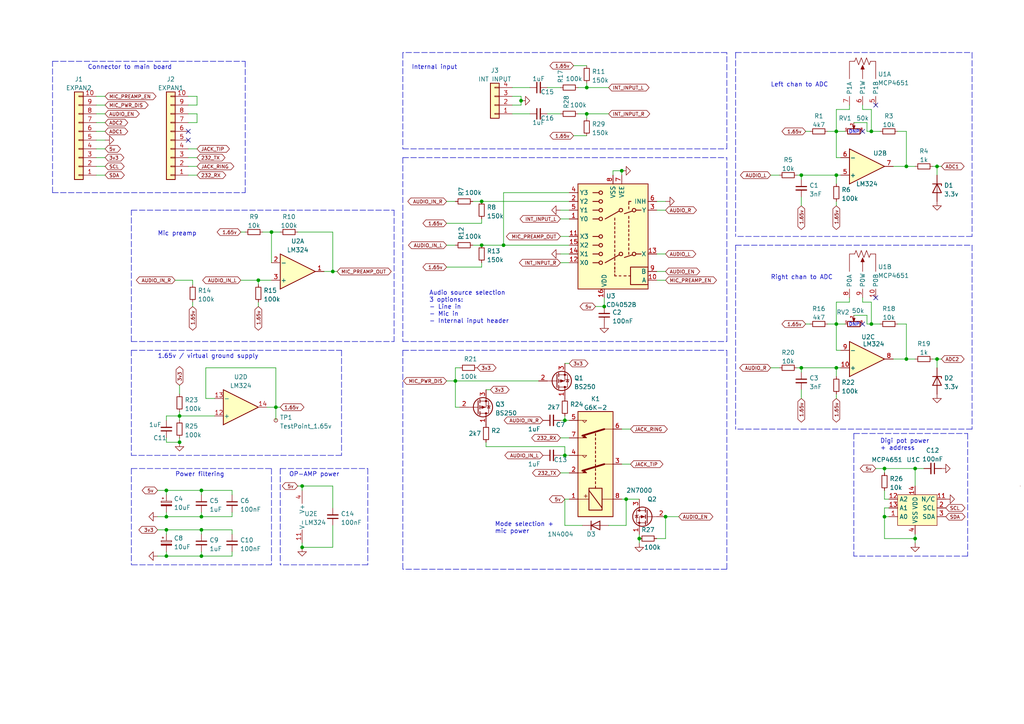
<source format=kicad_sch>
(kicad_sch (version 20211123) (generator eeschema)
  (paper "A4")
  (junction (at 163.83 132.08))
  (junction (at 170.18 25.4))
  (junction (at 139.7 71.12))
  (junction (at 252.73 38.1))
  (junction (at 80.01 118.11))
  (junction (at 265.43 156.21))
  (junction (at 175.26 88.9))
  (junction (at 262.89 48.26))
  (junction (at 271.78 104.14))
  (junction (at 163.83 121.92))
  (junction (at 256.54 149.86))
  (junction (at 87.63 158.75))
  (junction (at 242.57 93.98))
  (junction (at 232.41 106.68))
  (junction (at 96.52 78.74))
  (junction (at 139.7 58.42))
  (junction (at 242.57 38.1))
  (junction (at 48.26 161.29))
  (junction (at 242.57 106.68))
  (junction (at 58.42 153.67))
  (junction (at 271.78 48.26))
  (junction (at 48.26 149.86))
  (junction (at 256.54 135.89))
  (junction (at 58.42 142.24))
  (junction (at 87.63 140.97))
  (junction (at 146.05 71.12))
  (junction (at 232.41 50.8))
  (junction (at 132.08 110.49))
  (junction (at 74.93 81.28))
  (junction (at 185.42 156.21))
  (junction (at 52.07 128.27))
  (junction (at 48.26 153.67))
  (junction (at 58.42 161.29))
  (junction (at 262.89 104.14))
  (junction (at 265.43 135.89))
  (junction (at 48.26 142.24))
  (junction (at 78.74 67.31))
  (junction (at 52.07 120.65))
  (junction (at 242.57 50.8))
  (junction (at 193.04 149.86))
  (junction (at 58.42 149.86))
  (junction (at 181.61 144.78))
  (junction (at 170.18 33.02))
  (junction (at 252.73 93.98))
  (junction (at 151.13 29.21))
  (junction (at 180.34 49.53))
  (no_connect (at 254 30.48))
  (no_connect (at 54.61 40.64))
  (no_connect (at 250.19 38.1))
  (no_connect (at 250.19 93.98))
  (no_connect (at 254 86.36))
  (no_connect (at 54.61 38.1))
  (wire (pts (xy 74.93 87.63) (xy 74.93 88.9)))
  (wire (pts (xy 45.72 149.86) (xy 48.26 149.86)))
  (wire (pts (xy 250.19 86.36) (xy 250.19 87.63)))
  (wire (pts (xy 252.73 38.1) (xy 255.27 38.1)))
  (wire (pts (xy 27.94 35.56) (xy 30.48 35.56)))
  (wire (pts (xy 52.07 120.65) (xy 52.07 121.92)))
  (wire (pts (xy 139.7 71.12) (xy 146.05 71.12)))
  (wire (pts (xy 162.56 68.58) (xy 165.1 68.58)))
  (wire (pts (xy 162.56 63.5) (xy 165.1 63.5)))
  (wire (pts (xy 146.05 55.88) (xy 165.1 55.88)))
  (wire (pts (xy 55.88 81.28) (xy 55.88 82.55)))
  (wire (pts (xy 86.36 67.31) (xy 96.52 67.31)))
  (wire (pts (xy 262.89 104.14) (xy 265.43 104.14)))
  (polyline (pts (xy 99.06 101.6) (xy 99.06 132.08)))
  (polyline (pts (xy 213.36 15.24) (xy 213.36 15.24)))
  (polyline (pts (xy 281.94 71.12) (xy 281.94 124.46)))
  (wire (pts (xy 148.59 25.4) (xy 153.67 25.4)))
  (polyline (pts (xy 99.06 132.08) (xy 38.1 132.08)))
  (wire (pts (xy 45.72 142.24) (xy 48.26 142.24)))
  (wire (pts (xy 166.37 39.37) (xy 170.18 39.37)))
  (wire (pts (xy 242.57 38.1) (xy 245.11 38.1)))
  (wire (pts (xy 55.88 87.63) (xy 55.88 88.9)))
  (polyline (pts (xy 71.12 17.78) (xy 71.12 55.88)))
  (polyline (pts (xy 210.82 101.6) (xy 210.82 165.1)))
  (polyline (pts (xy 213.36 15.24) (xy 213.36 68.58)))
  (wire (pts (xy 151.13 27.94) (xy 151.13 29.21)))
  (wire (pts (xy 96.52 67.31) (xy 96.52 78.74)))
  (wire (pts (xy 190.5 73.66) (xy 193.04 73.66)))
  (wire (pts (xy 54.61 35.56) (xy 57.15 35.56)))
  (wire (pts (xy 260.35 93.98) (xy 262.89 93.98)))
  (wire (pts (xy 242.57 93.98) (xy 245.11 93.98)))
  (wire (pts (xy 242.57 109.22) (xy 242.57 106.68)))
  (wire (pts (xy 193.04 149.86) (xy 196.85 149.86)))
  (wire (pts (xy 252.73 87.63) (xy 252.73 93.98)))
  (wire (pts (xy 27.94 48.26) (xy 30.48 48.26)))
  (wire (pts (xy 80.01 118.11) (xy 80.01 121.92)))
  (wire (pts (xy 270.51 48.26) (xy 271.78 48.26)))
  (wire (pts (xy 129.54 64.77) (xy 139.7 64.77)))
  (wire (pts (xy 162.56 76.2) (xy 165.1 76.2)))
  (wire (pts (xy 139.7 58.42) (xy 165.1 58.42)))
  (polyline (pts (xy 210.82 15.24) (xy 116.84 15.24)))
  (wire (pts (xy 256.54 144.78) (xy 257.81 144.78)))
  (polyline (pts (xy 116.84 101.6) (xy 116.84 165.1)))
  (polyline (pts (xy 210.82 165.1) (xy 116.84 165.1)))
  (wire (pts (xy 190.5 81.28) (xy 193.04 81.28)))
  (wire (pts (xy 74.93 81.28) (xy 78.74 81.28)))
  (wire (pts (xy 163.83 120.65) (xy 163.83 121.92)))
  (polyline (pts (xy 15.24 55.88) (xy 71.12 55.88)))
  (wire (pts (xy 170.18 33.02) (xy 170.18 34.29)))
  (polyline (pts (xy 116.84 99.06) (xy 210.82 99.06)))
  (wire (pts (xy 190.5 78.74) (xy 193.04 78.74)))
  (wire (pts (xy 129.54 77.47) (xy 139.7 77.47)))
  (wire (pts (xy 177.8 50.8) (xy 177.8 49.53)))
  (wire (pts (xy 132.08 110.49) (xy 156.21 110.49)))
  (wire (pts (xy 162.56 60.96) (xy 165.1 60.96)))
  (wire (pts (xy 242.57 50.8) (xy 243.84 50.8)))
  (wire (pts (xy 271.78 104.14) (xy 271.78 106.68)))
  (wire (pts (xy 58.42 142.24) (xy 58.42 143.51)))
  (wire (pts (xy 252.73 93.98) (xy 255.27 93.98)))
  (wire (pts (xy 87.63 140.97) (xy 87.63 142.24)))
  (wire (pts (xy 251.46 93.98) (xy 252.73 93.98)))
  (wire (pts (xy 162.56 127) (xy 165.1 127)))
  (wire (pts (xy 185.42 154.94) (xy 185.42 156.21)))
  (wire (pts (xy 265.43 156.21) (xy 265.43 157.48)))
  (wire (pts (xy 86.36 140.97) (xy 87.63 140.97)))
  (wire (pts (xy 52.07 111.76) (xy 52.07 114.3)))
  (wire (pts (xy 166.37 19.05) (xy 170.18 19.05)))
  (wire (pts (xy 52.07 127) (xy 52.07 128.27)))
  (wire (pts (xy 48.26 148.59) (xy 48.26 149.86)))
  (wire (pts (xy 27.94 30.48) (xy 30.48 30.48)))
  (wire (pts (xy 170.18 33.02) (xy 176.53 33.02)))
  (wire (pts (xy 232.41 50.8) (xy 232.41 52.07)))
  (wire (pts (xy 69.85 81.28) (xy 74.93 81.28)))
  (wire (pts (xy 246.38 86.36) (xy 246.38 87.63)))
  (wire (pts (xy 243.84 45.72) (xy 242.57 45.72)))
  (wire (pts (xy 146.05 71.12) (xy 146.05 55.88)))
  (wire (pts (xy 265.43 156.21) (xy 256.54 156.21)))
  (wire (pts (xy 170.18 24.13) (xy 170.18 25.4)))
  (wire (pts (xy 232.41 106.68) (xy 232.41 107.95)))
  (wire (pts (xy 242.57 93.98) (xy 242.57 101.6)))
  (wire (pts (xy 57.15 33.02) (xy 57.15 35.56)))
  (wire (pts (xy 242.57 31.75) (xy 246.38 31.75)))
  (wire (pts (xy 240.03 38.1) (xy 242.57 38.1)))
  (polyline (pts (xy 38.1 101.6) (xy 38.1 132.08)))
  (wire (pts (xy 27.94 38.1) (xy 30.48 38.1)))
  (polyline (pts (xy 210.82 99.06) (xy 210.82 45.72)))
  (wire (pts (xy 265.43 135.89) (xy 265.43 140.97)))
  (wire (pts (xy 54.61 43.18) (xy 57.15 43.18)))
  (wire (pts (xy 78.74 76.2) (xy 78.74 67.31)))
  (wire (pts (xy 129.54 71.12) (xy 132.08 71.12)))
  (wire (pts (xy 54.61 33.02) (xy 57.15 33.02)))
  (wire (pts (xy 50.8 81.28) (xy 55.88 81.28)))
  (wire (pts (xy 247.65 35.56) (xy 251.46 35.56)))
  (wire (pts (xy 176.53 152.4) (xy 181.61 152.4)))
  (wire (pts (xy 190.5 156.21) (xy 193.04 156.21)))
  (wire (pts (xy 162.56 121.92) (xy 163.83 121.92)))
  (wire (pts (xy 265.43 135.89) (xy 267.97 135.89)))
  (polyline (pts (xy 116.84 15.24) (xy 116.84 43.18)))
  (wire (pts (xy 262.89 48.26) (xy 265.43 48.26)))
  (polyline (pts (xy 116.84 45.72) (xy 210.82 45.72)))
  (wire (pts (xy 163.83 121.92) (xy 165.1 121.92)))
  (wire (pts (xy 27.94 33.02) (xy 30.48 33.02)))
  (wire (pts (xy 140.97 113.03) (xy 142.24 113.03)))
  (wire (pts (xy 58.42 149.86) (xy 67.31 149.86)))
  (wire (pts (xy 96.52 140.97) (xy 96.52 147.32)))
  (polyline (pts (xy 38.1 99.06) (xy 114.3 99.06)))
  (wire (pts (xy 48.26 121.92) (xy 48.26 120.65)))
  (wire (pts (xy 247.65 91.44) (xy 251.46 91.44)))
  (wire (pts (xy 74.93 81.28) (xy 74.93 82.55)))
  (polyline (pts (xy 281.94 68.58) (xy 213.36 68.58)))
  (polyline (pts (xy 15.24 55.88) (xy 15.24 17.78)))
  (wire (pts (xy 67.31 153.67) (xy 67.31 154.94)))
  (polyline (pts (xy 38.1 135.89) (xy 78.74 135.89)))
  (wire (pts (xy 48.26 154.94) (xy 48.26 153.67)))
  (wire (pts (xy 163.83 105.41) (xy 165.1 105.41)))
  (wire (pts (xy 180.34 134.62) (xy 182.88 134.62)))
  (polyline (pts (xy 247.65 125.73) (xy 280.67 125.73)))
  (polyline (pts (xy 106.68 163.83) (xy 81.28 163.83)))
  (wire (pts (xy 27.94 45.72) (xy 30.48 45.72)))
  (wire (pts (xy 242.57 87.63) (xy 242.57 93.98)))
  (wire (pts (xy 265.43 154.94) (xy 265.43 156.21)))
  (wire (pts (xy 151.13 29.21) (xy 151.13 30.48)))
  (wire (pts (xy 250.19 87.63) (xy 252.73 87.63)))
  (wire (pts (xy 62.23 115.57) (xy 59.69 115.57)))
  (polyline (pts (xy 213.36 15.24) (xy 281.94 15.24)))
  (wire (pts (xy 256.54 147.32) (xy 256.54 149.86)))
  (polyline (pts (xy 78.74 135.89) (xy 78.74 163.83)))
  (polyline (pts (xy 213.36 71.12) (xy 213.36 124.46)))
  (wire (pts (xy 140.97 129.54) (xy 163.83 129.54)))
  (wire (pts (xy 48.26 160.02) (xy 48.26 161.29)))
  (wire (pts (xy 223.52 106.68) (xy 226.06 106.68)))
  (wire (pts (xy 67.31 148.59) (xy 67.31 149.86)))
  (wire (pts (xy 256.54 149.86) (xy 257.81 149.86)))
  (wire (pts (xy 250.19 30.48) (xy 250.19 31.75)))
  (wire (pts (xy 242.57 31.75) (xy 242.57 38.1)))
  (wire (pts (xy 58.42 160.02) (xy 58.42 161.29)))
  (wire (pts (xy 233.68 38.1) (xy 234.95 38.1)))
  (wire (pts (xy 254 135.89) (xy 256.54 135.89)))
  (wire (pts (xy 27.94 40.64) (xy 30.48 40.64)))
  (wire (pts (xy 180.34 49.53) (xy 180.34 50.8)))
  (wire (pts (xy 137.16 58.42) (xy 139.7 58.42)))
  (polyline (pts (xy 81.28 135.89) (xy 106.68 135.89)))
  (wire (pts (xy 231.14 50.8) (xy 232.41 50.8)))
  (wire (pts (xy 93.98 78.74) (xy 96.52 78.74)))
  (wire (pts (xy 190.5 60.96) (xy 193.04 60.96)))
  (wire (pts (xy 232.41 50.8) (xy 242.57 50.8)))
  (wire (pts (xy 190.5 58.42) (xy 193.04 58.42)))
  (wire (pts (xy 80.01 106.68) (xy 80.01 118.11)))
  (wire (pts (xy 181.61 144.78) (xy 185.42 144.78)))
  (wire (pts (xy 140.97 128.27) (xy 140.97 129.54)))
  (wire (pts (xy 45.72 161.29) (xy 48.26 161.29)))
  (wire (pts (xy 233.68 93.98) (xy 234.95 93.98)))
  (polyline (pts (xy 116.84 101.6) (xy 210.82 101.6)))
  (wire (pts (xy 48.26 143.51) (xy 48.26 142.24)))
  (wire (pts (xy 242.57 106.68) (xy 243.84 106.68)))
  (wire (pts (xy 129.54 110.49) (xy 132.08 110.49)))
  (polyline (pts (xy 213.36 71.12) (xy 281.94 71.12)))
  (wire (pts (xy 52.07 120.65) (xy 62.23 120.65)))
  (wire (pts (xy 223.52 50.8) (xy 226.06 50.8)))
  (wire (pts (xy 170.18 25.4) (xy 176.53 25.4)))
  (wire (pts (xy 148.59 33.02) (xy 153.67 33.02)))
  (wire (pts (xy 180.34 124.46) (xy 182.88 124.46)))
  (polyline (pts (xy 81.28 135.89) (xy 81.28 163.83)))
  (wire (pts (xy 57.15 30.48) (xy 54.61 30.48)))
  (wire (pts (xy 172.72 88.9) (xy 175.26 88.9)))
  (polyline (pts (xy 210.82 43.18) (xy 210.82 15.24)))
  (polyline (pts (xy 281.94 15.24) (xy 281.94 68.58)))
  (wire (pts (xy 256.54 135.89) (xy 256.54 137.16)))
  (wire (pts (xy 260.35 38.1) (xy 262.89 38.1)))
  (wire (pts (xy 271.78 104.14) (xy 273.05 104.14)))
  (wire (pts (xy 80.01 118.11) (xy 77.47 118.11)))
  (wire (pts (xy 257.81 147.32) (xy 256.54 147.32)))
  (polyline (pts (xy 38.1 135.89) (xy 38.1 163.83)))
  (wire (pts (xy 45.72 153.67) (xy 48.26 153.67)))
  (wire (pts (xy 163.83 152.4) (xy 163.83 144.78)))
  (wire (pts (xy 259.08 48.26) (xy 262.89 48.26)))
  (wire (pts (xy 137.16 71.12) (xy 139.7 71.12)))
  (wire (pts (xy 246.38 30.48) (xy 246.38 31.75)))
  (wire (pts (xy 242.57 53.34) (xy 242.57 50.8)))
  (wire (pts (xy 80.01 118.11) (xy 81.28 118.11)))
  (wire (pts (xy 262.89 48.26) (xy 262.89 38.1)))
  (polyline (pts (xy 38.1 99.06) (xy 38.1 60.96)))
  (wire (pts (xy 175.26 88.9) (xy 175.26 86.36)))
  (wire (pts (xy 231.14 106.68) (xy 232.41 106.68)))
  (wire (pts (xy 132.08 110.49) (xy 132.08 118.11)))
  (wire (pts (xy 54.61 48.26) (xy 57.15 48.26)))
  (polyline (pts (xy 116.84 43.18) (xy 210.82 43.18)))
  (wire (pts (xy 185.42 156.21) (xy 185.42 157.48)))
  (wire (pts (xy 181.61 144.78) (xy 181.61 152.4)))
  (wire (pts (xy 240.03 93.98) (xy 242.57 93.98)))
  (polyline (pts (xy 106.68 135.89) (xy 106.68 163.83)))
  (wire (pts (xy 58.42 153.67) (xy 58.42 154.94)))
  (wire (pts (xy 87.63 157.48) (xy 87.63 158.75)))
  (wire (pts (xy 256.54 142.24) (xy 256.54 144.78)))
  (wire (pts (xy 59.69 115.57) (xy 59.69 106.68)))
  (wire (pts (xy 132.08 106.68) (xy 132.08 110.49)))
  (wire (pts (xy 76.2 67.31) (xy 78.74 67.31)))
  (wire (pts (xy 48.26 127) (xy 48.26 128.27)))
  (polyline (pts (xy 38.1 60.96) (xy 114.3 60.96)))
  (wire (pts (xy 232.41 57.15) (xy 232.41 59.69)))
  (wire (pts (xy 163.83 129.54) (xy 163.83 132.08)))
  (polyline (pts (xy 116.84 45.72) (xy 116.84 99.06)))
  (wire (pts (xy 162.56 132.08) (xy 163.83 132.08)))
  (wire (pts (xy 232.41 106.68) (xy 242.57 106.68)))
  (polyline (pts (xy 280.67 161.29) (xy 247.65 161.29)))
  (wire (pts (xy 163.83 132.08) (xy 165.1 132.08)))
  (wire (pts (xy 167.64 33.02) (xy 170.18 33.02)))
  (wire (pts (xy 180.34 144.78) (xy 181.61 144.78)))
  (wire (pts (xy 250.19 31.75) (xy 252.73 31.75)))
  (polyline (pts (xy 281.94 124.46) (xy 213.36 124.46)))
  (wire (pts (xy 54.61 50.8) (xy 57.15 50.8)))
  (wire (pts (xy 242.57 58.42) (xy 242.57 59.69)))
  (wire (pts (xy 48.26 128.27) (xy 52.07 128.27)))
  (wire (pts (xy 58.42 142.24) (xy 67.31 142.24)))
  (wire (pts (xy 96.52 78.74) (xy 97.79 78.74)))
  (wire (pts (xy 158.75 25.4) (xy 162.56 25.4)))
  (wire (pts (xy 139.7 63.5) (xy 139.7 64.77)))
  (wire (pts (xy 193.04 156.21) (xy 193.04 149.86)))
  (wire (pts (xy 242.57 87.63) (xy 246.38 87.63)))
  (wire (pts (xy 251.46 38.1) (xy 252.73 38.1)))
  (wire (pts (xy 139.7 76.2) (xy 139.7 77.47)))
  (wire (pts (xy 57.15 27.94) (xy 57.15 30.48)))
  (wire (pts (xy 271.78 48.26) (xy 273.05 48.26)))
  (wire (pts (xy 162.56 137.16) (xy 165.1 137.16)))
  (wire (pts (xy 52.07 119.38) (xy 52.07 120.65)))
  (wire (pts (xy 59.69 106.68) (xy 80.01 106.68)))
  (wire (pts (xy 129.54 58.42) (xy 132.08 58.42)))
  (wire (pts (xy 148.59 30.48) (xy 151.13 30.48)))
  (wire (pts (xy 262.89 104.14) (xy 262.89 93.98)))
  (wire (pts (xy 163.83 144.78) (xy 165.1 144.78)))
  (wire (pts (xy 48.26 153.67) (xy 58.42 153.67)))
  (wire (pts (xy 48.26 149.86) (xy 58.42 149.86)))
  (wire (pts (xy 78.74 67.31) (xy 81.28 67.31)))
  (polyline (pts (xy 38.1 101.6) (xy 99.06 101.6)))
  (wire (pts (xy 27.94 43.18) (xy 30.48 43.18)))
  (wire (pts (xy 87.63 140.97) (xy 96.52 140.97)))
  (wire (pts (xy 54.61 45.72) (xy 57.15 45.72)))
  (wire (pts (xy 158.75 33.02) (xy 162.56 33.02)))
  (wire (pts (xy 167.64 25.4) (xy 170.18 25.4)))
  (polyline (pts (xy 280.67 125.73) (xy 280.67 161.29)))
  (wire (pts (xy 256.54 149.86) (xy 256.54 156.21)))
  (wire (pts (xy 58.42 161.29) (xy 67.31 161.29)))
  (wire (pts (xy 27.94 50.8) (xy 30.48 50.8)))
  (wire (pts (xy 58.42 153.67) (xy 67.31 153.67)))
  (wire (pts (xy 48.26 120.65) (xy 52.07 120.65)))
  (wire (pts (xy 146.05 71.12) (xy 165.1 71.12)))
  (wire (pts (xy 27.94 27.94) (xy 30.48 27.94)))
  (wire (pts (xy 133.35 106.68) (xy 132.08 106.68)))
  (polyline (pts (xy 15.24 17.78) (xy 71.12 17.78)))
  (wire (pts (xy 148.59 27.94) (xy 151.13 27.94)))
  (wire (pts (xy 67.31 142.24) (xy 67.31 143.51)))
  (wire (pts (xy 48.26 161.29) (xy 58.42 161.29)))
  (wire (pts (xy 58.42 148.59) (xy 58.42 149.86)))
  (wire (pts (xy 48.26 142.24) (xy 58.42 142.24)))
  (wire (pts (xy 67.31 160.02) (xy 67.31 161.29)))
  (wire (pts (xy 270.51 104.14) (xy 271.78 104.14)))
  (wire (pts (xy 259.08 104.14) (xy 262.89 104.14)))
  (wire (pts (xy 69.85 67.31) (xy 71.12 67.31)))
  (wire (pts (xy 242.57 114.3) (xy 242.57 115.57)))
  (wire (pts (xy 177.8 49.53) (xy 180.34 49.53)))
  (wire (pts (xy 242.57 38.1) (xy 242.57 45.72)))
  (wire (pts (xy 256.54 135.89) (xy 265.43 135.89)))
  (wire (pts (xy 271.78 48.26) (xy 271.78 50.8)))
  (wire (pts (xy 162.56 73.66) (xy 165.1 73.66)))
  (wire (pts (xy 168.91 152.4) (xy 163.83 152.4)))
  (wire (pts (xy 132.08 118.11) (xy 133.35 118.11)))
  (wire (pts (xy 54.61 27.94) (xy 57.15 27.94)))
  (wire (pts (xy 243.84 101.6) (xy 242.57 101.6)))
  (wire (pts (xy 252.73 31.75) (xy 252.73 38.1)))
  (wire (pts (xy 251.46 35.56) (xy 251.46 38.1)))
  (wire (pts (xy 251.46 91.44) (xy 251.46 93.98)))
  (polyline (pts (xy 78.74 163.83) (xy 38.1 163.83)))
  (wire (pts (xy 232.41 113.03) (xy 232.41 115.57)))
  (wire (pts (xy 87.63 158.75) (xy 96.52 158.75)))
  (polyline (pts (xy 247.65 125.73) (xy 247.65 161.29)))
  (wire (pts (xy 96.52 152.4) (xy 96.52 158.75)))
  (polyline (pts (xy 114.3 60.96) (xy 114.3 99.06)))
  (text "Digi pot power \n+ address" (at 255.27 130.81 0) (effects (font (size 1.27 1.27)) (justify left bottom)))
  (text "Mode selection + \nmic power" (at 143.51 154.94 0) (effects (font (size 1.27 1.27)) (justify left bottom)))
  (text "Internal input" (at 119.38 20.32 0) (effects (font (size 1.27 1.27)) (justify left bottom)))
  (text "DNP" (at 246.126 94.7928 0) (effects (font (size 1 1)) (justify left bottom)))
  (text "Right chan to ADC" (at 223.52 81.28 0) (effects (font (size 1.27 1.27)) (justify left bottom)))
  (text "1.65v / virtual ground supply" (at 45.72 104.14 0) (effects (font (size 1.27 1.27)) (justify left bottom)))
  (text "Mic preamp" (at 45.72 68.58 0) (effects (font (size 1.27 1.27)) (justify left bottom)))
  (text "OP-AMP power" (at 83.82 138.43 0) (effects (font (size 1.27 1.27)) (justify left bottom)))
  (text "Connector to main board" (at 25.4 20.32 0) (effects (font (size 1.27 1.27)) (justify left bottom)))
  (text "Power filtering" (at 50.8 138.43 0) (effects (font (size 1.27 1.27)) (justify left bottom)))
  (text "Audio source selection\n3 options:\n- Line in\n- Mic in\n- Internal input header" (at 124.46 93.98 0) (effects (font (size 1.27 1.27)) (justify left bottom)))
  (text "DNP" (at 246.126 38.9128 0) (effects (font (size 1 1)) (justify left bottom)))
  (text "Left chan to ADC" (at 223.52 25.4 0) (effects (font (size 1.27 1.27)) (justify left bottom)))
  (global_label "JACK_RING" (shape bidirectional) (at 57.15 48.26 0) (effects (font (size 1 1))) (property "Intersheet References" "${INTERSHEET_REFS}" (effects hide)))
  (global_label "MIC_PREAMP_OUT" (shape bidirectional) (at 162.56 68.58 180) (effects (font (size 1 1))) (property "Intersheet References" "${INTERSHEET_REFS}" (effects hide)))
  (global_label "JACK_TIP" (shape bidirectional) (at 57.15 43.18 0) (effects (font (size 1 1))) (property "Intersheet References" "${INTERSHEET_REFS}" (effects hide)))
  (global_label "232_TX" (shape bidirectional) (at 162.56 137.16 180) (effects (font (size 1 1))) (property "Intersheet References" "${INTERSHEET_REFS}" (effects hide)))
  (global_label "3v3" (shape bidirectional) (at 165.1 105.41 0) (effects (font (size 1 1))) (property "Intersheet References" "${INTERSHEET_REFS}" (effects hide)))
  (global_label "AUDIO_IN_L" (shape bidirectional) (at 129.54 71.12 180) (effects (font (size 1 1))) (property "Intersheet References" "${INTERSHEET_REFS}" (effects hide)))
  (global_label "3v3" (shape bidirectional) (at 138.43 106.68 0) (effects (font (size 1 1))) (property "Intersheet References" "${INTERSHEET_REFS}" (effects hide)))
  (global_label "1.65v" (shape bidirectional) (at 69.85 67.31 180) (effects (font (size 1 1))) (property "Intersheet References" "${INTERSHEET_REFS}" (effects hide)))
  (global_label "1.65v" (shape bidirectional) (at 129.54 64.77 180) (effects (font (size 1 1))) (property "Intersheet References" "${INTERSHEET_REFS}" (effects hide)))
  (global_label "SDA" (shape bidirectional) (at 30.48 50.8 0) (effects (font (size 1 1))) (property "Intersheet References" "${INTERSHEET_REFS}" (effects hide)))
  (global_label "5v" (shape bidirectional) (at 45.72 142.24 180) (effects (font (size 1 1))) (property "Intersheet References" "${INTERSHEET_REFS}" (effects hide)))
  (global_label "MIC_PREAMP_EN" (shape bidirectional) (at 193.04 81.28 0) (effects (font (size 1 1))) (property "Intersheet References" "${INTERSHEET_REFS}" (effects hide)))
  (global_label "5v" (shape bidirectional) (at 254 135.89 180) (effects (font (size 1 1))) (property "Intersheet References" "${INTERSHEET_REFS}" (effects hide)))
  (global_label "1.65v" (shape bidirectional) (at 242.57 115.57 270) (effects (font (size 1 1))) (property "Intersheet References" "${INTERSHEET_REFS}" (effects hide)))
  (global_label "AUDIO_IN_R" (shape bidirectional) (at 129.54 58.42 180) (effects (font (size 1 1))) (property "Intersheet References" "${INTERSHEET_REFS}" (effects hide)))
  (global_label "ADC1" (shape bidirectional) (at 273.05 48.26 0) (effects (font (size 1 1))) (property "Intersheet References" "${INTERSHEET_REFS}" (effects hide)))
  (global_label "INT_INPUT_L" (shape bidirectional) (at 162.56 63.5 180) (effects (font (size 1 1))) (property "Intersheet References" "${INTERSHEET_REFS}" (effects hide)))
  (global_label "AUDIO_IN_R" (shape bidirectional) (at 50.8 81.28 180) (effects (font (size 1 1))) (property "Intersheet References" "${INTERSHEET_REFS}" (effects hide)))
  (global_label "1.65v" (shape bidirectional) (at 166.37 19.05 180) (effects (font (size 1 1))) (property "Intersheet References" "${INTERSHEET_REFS}" (effects hide)))
  (global_label "1.65v" (shape bidirectional) (at 166.37 39.37 180) (effects (font (size 1 1))) (property "Intersheet References" "${INTERSHEET_REFS}" (effects hide)))
  (global_label "AUDIO_R" (shape bidirectional) (at 193.04 60.96 0) (effects (font (size 1 1))) (property "Intersheet References" "${INTERSHEET_REFS}" (effects hide)))
  (global_label "1.65v" (shape bidirectional) (at 74.93 88.9 270) (effects (font (size 1 1))) (property "Intersheet References" "${INTERSHEET_REFS}" (effects hide)))
  (global_label "5v" (shape bidirectional) (at 172.72 88.9 180) (effects (font (size 1 1))) (property "Intersheet References" "${INTERSHEET_REFS}" (effects hide)))
  (global_label "JACK_RING" (shape bidirectional) (at 182.88 124.46 0) (effects (font (size 1 1))) (property "Intersheet References" "${INTERSHEET_REFS}" (effects hide)))
  (global_label "SCL" (shape bidirectional) (at 30.48 48.26 0) (effects (font (size 1 1))) (property "Intersheet References" "${INTERSHEET_REFS}" (effects hide)))
  (global_label "AUDIO_EN" (shape bidirectional) (at 193.04 78.74 0) (effects (font (size 1 1))) (property "Intersheet References" "${INTERSHEET_REFS}" (effects hide)))
  (global_label "MIC_PREAMP_EN" (shape bidirectional) (at 30.48 27.94 0) (effects (font (size 1 1))) (property "Intersheet References" "${INTERSHEET_REFS}" (effects hide)))
  (global_label "1.65v" (shape bidirectional) (at 233.68 93.98 180) (effects (font (size 1 1))) (property "Intersheet References" "${INTERSHEET_REFS}" (effects hide)))
  (global_label "5v" (shape bidirectional) (at 86.36 140.97 180) (effects (font (size 1 1))) (property "Intersheet References" "${INTERSHEET_REFS}" (effects hide)))
  (global_label "MIC_PWR_DIS" (shape bidirectional) (at 30.48 30.48 0) (effects (font (size 1 1))) (property "Intersheet References" "${INTERSHEET_REFS}" (effects hide)))
  (global_label "INT_INPUT_L" (shape bidirectional) (at 176.53 25.4 0) (effects (font (size 1 1))) (property "Intersheet References" "${INTERSHEET_REFS}" (effects hide)))
  (global_label "3v3" (shape bidirectional) (at 30.48 45.72 0) (effects (font (size 1 1))) (property "Intersheet References" "${INTERSHEET_REFS}" (effects hide)))
  (global_label "232_TX" (shape bidirectional) (at 57.15 45.72 0) (effects (font (size 1 1))) (property "Intersheet References" "${INTERSHEET_REFS}" (effects hide)))
  (global_label "INT_INPUT_R" (shape bidirectional) (at 176.53 33.02 0) (effects (font (size 1 1))) (property "Intersheet References" "${INTERSHEET_REFS}" (effects hide)))
  (global_label "232_RX" (shape bidirectional) (at 57.15 50.8 0) (effects (font (size 1 1))) (property "Intersheet References" "${INTERSHEET_REFS}" (effects hide)))
  (global_label "1.65v" (shape bidirectional) (at 129.54 77.47 180) (effects (font (size 1 1))) (property "Intersheet References" "${INTERSHEET_REFS}" (effects hide)))
  (global_label "1.65v" (shape bidirectional) (at 233.68 38.1 180) (effects (font (size 1 1))) (property "Intersheet References" "${INTERSHEET_REFS}" (effects hide)))
  (global_label "AUDIO_IN_R" (shape bidirectional) (at 157.48 121.92 180) (effects (font (size 1 1))) (property "Intersheet References" "${INTERSHEET_REFS}" (effects hide)))
  (global_label "SCL" (shape bidirectional) (at 274.32 147.32 0) (effects (font (size 1 1))) (property "Intersheet References" "${INTERSHEET_REFS}" (effects hide)))
  (global_label "1.65v" (shape bidirectional) (at 55.88 88.9 270) (effects (font (size 1 1))) (property "Intersheet References" "${INTERSHEET_REFS}" (effects hide)))
  (global_label "MIC_PWR_DIS" (shape bidirectional) (at 129.54 110.49 180) (effects (font (size 1 1))) (property "Intersheet References" "${INTERSHEET_REFS}" (effects hide)))
  (global_label "232_RX" (shape bidirectional) (at 162.56 127 180) (effects (font (size 1 1))) (property "Intersheet References" "${INTERSHEET_REFS}" (effects hide)))
  (global_label "INT_INPUT_R" (shape bidirectional) (at 162.56 76.2 180) (effects (font (size 1 1))) (property "Intersheet References" "${INTERSHEET_REFS}" (effects hide)))
  (global_label "AUDIO_EN" (shape bidirectional) (at 196.85 149.86 0) (effects (font (size 1 1))) (property "Intersheet References" "${INTERSHEET_REFS}" (effects hide)))
  (global_label "ADC2" (shape bidirectional) (at 30.48 35.56 0) (effects (font (size 1 1))) (property "Intersheet References" "${INTERSHEET_REFS}" (effects hide)))
  (global_label "ADC2" (shape bidirectional) (at 273.05 104.14 0) (effects (font (size 1 1))) (property "Intersheet References" "${INTERSHEET_REFS}" (effects hide)))
  (global_label "3v3" (shape bidirectional) (at 142.24 113.03 0) (effects (font (size 1 1))) (property "Intersheet References" "${INTERSHEET_REFS}" (effects hide)))
  (global_label "ADC1" (shape bidirectional) (at 30.48 38.1 0) (effects (font (size 1 1))) (property "Intersheet References" "${INTERSHEET_REFS}" (effects hide)))
  (global_label "3v3" (shape bidirectional) (at 52.07 111.76 90) (effects (font (size 1 1))) (property "Intersheet References" "${INTERSHEET_REFS}" (effects hide)))
  (global_label "1.65v" (shape bidirectional) (at 242.57 59.69 270) (effects (font (size 1 1))) (property "Intersheet References" "${INTERSHEET_REFS}" (effects hide)))
  (global_label "1.65v" (shape bidirectional) (at 81.28 118.11 0) (effects (font (size 1 1))) (property "Intersheet References" "${INTERSHEET_REFS}" (effects hide)))
  (global_label "5v" (shape bidirectional) (at 30.48 43.18 0) (effects (font (size 1 1))) (property "Intersheet References" "${INTERSHEET_REFS}" (effects hide)))
  (global_label "AUDIO_L" (shape bidirectional) (at 223.52 50.8 180) (effects (font (size 1 1))) (property "Intersheet References" "${INTERSHEET_REFS}" (effects hide)))
  (global_label "AUDIO_IN_L" (shape bidirectional) (at 69.85 81.28 180) (effects (font (size 1 1))) (property "Intersheet References" "${INTERSHEET_REFS}" (effects hide)))
  (global_label "SDA" (shape bidirectional) (at 274.32 149.86 0) (effects (font (size 1 1))) (property "Intersheet References" "${INTERSHEET_REFS}" (effects hide)))
  (global_label "JACK_TIP" (shape bidirectional) (at 182.88 134.62 0) (effects (font (size 1 1))) (property "Intersheet References" "${INTERSHEET_REFS}" (effects hide)))
  (global_label "5v" (shape bidirectional) (at 163.83 144.78 180) (effects (font (size 1 1))) (property "Intersheet References" "${INTERSHEET_REFS}" (effects hide)))
  (global_label "MIC_PREAMP_OUT" (shape bidirectional) (at 97.79 78.74 0) (effects (font (size 1 1))) (property "Intersheet References" "${INTERSHEET_REFS}" (effects hide)))
  (global_label "AUDIO_IN_L" (shape bidirectional) (at 157.48 132.08 180) (effects (font (size 1 1))) (property "Intersheet References" "${INTERSHEET_REFS}" (effects hide)))
  (global_label "AUDIO_R" (shape bidirectional) (at 223.52 106.68 180) (effects (font (size 1 1))) (property "Intersheet References" "${INTERSHEET_REFS}" (effects hide)))
  (global_label "3v3" (shape bidirectional) (at 45.72 153.67 180) (effects (font (size 1 1))) (property "Intersheet References" "${INTERSHEET_REFS}" (effects hide)))
  (global_label "1.65v" (shape bidirectional) (at 232.41 59.69 270) (effects (font (size 1 1))) (property "Intersheet References" "${INTERSHEET_REFS}" (effects hide)))
  (global_label "AUDIO_L" (shape bidirectional) (at 193.04 73.66 0) (effects (font (size 1 1))) (property "Intersheet References" "${INTERSHEET_REFS}" (effects hide)))
  (global_label "AUDIO_EN" (shape bidirectional) (at 30.48 33.02 0) (effects (font (size 1 1))) (property "Intersheet References" "${INTERSHEET_REFS}" (effects hide)))
  (global_label "1.65v" (shape bidirectional) (at 232.41 115.57 270) (effects (font (size 1 1))) (property "Intersheet References" "${INTERSHEET_REFS}" (effects hide)))
  (symbol (lib_id "Device:R_Small") (at 187.96 156.21 270) (unit 1)
    (property "Reference" "R27" (at 187.96 153.67 90))
    (property "Value" "100k" (at 189.23 158.75 90))
    (property "Footprint" "Resistor_THT:R_Axial_DIN0207_L6.3mm_D2.5mm_P2.54mm_Vertical" (effects hide))
  )
  (symbol (lib_id "Device:R_Small") (at 237.49 38.1 270) (unit 1)
    (property "Reference" "R1" (at 237.49 33.6636 90))
    (property "Value" "4k7" (at 237.49 36.2005 90))
    (property "Footprint" "Resistor_THT:R_Axial_DIN0207_L6.3mm_D2.5mm_P2.54mm_Vertical" (effects hide))
  )
  (symbol (lib_id "Device:R_Small") (at 134.62 58.42 90) (unit 1)
    (property "Reference" "R7" (at 133.7853 56.9214 0) (effects (justify left)))
    (property "Value" "100k" (at 139.7 55.88 90) (effects (justify left)))
    (property "Footprint" "Resistor_THT:R_Axial_DIN0207_L6.3mm_D2.5mm_P2.54mm_Vertical" (effects hide))
  )
  (symbol (lib_id "Analog_Switch:CD4052B") (at 177.8 68.58 180) (unit 1)
    (property "Reference" "U3" (at 175.7806 85.8504 0) (effects (justify right)))
    (property "Value" "CD4052B" (at 175.7806 88.3873 0) (effects (justify right)))
    (property "Footprint" "Package_DIP:DIP-16_W7.62mm_Socket" (effects hide))
    (property "Datasheet" "http://www.ti.com/lit/ds/symlink/cd4052b.pdf" (effects hide))
  )
  (symbol (lib_id "Device:C_Small") (at 175.26 91.44 180) (unit 1)
    (property "Reference" "C2" (at 177.5841 90.5989 0) (effects (justify right)))
    (property "Value" "100nF" (at 177.5841 93.1358 0) (effects (justify right)))
    (property "Footprint" "Capacitor_THT:C_Disc_D3.4mm_W2.1mm_P2.50mm" (effects hide))
  )
  (symbol (lib_id "power:GND") (at 180.34 49.53 90) (unit 1)
    (property "Reference" "#PWR03" (effects hide))
    (property "Value" "GND" (effects hide))
  )
  (symbol (lib_id "Device:R_Small") (at 165.1 25.4 90) (unit 1)
    (property "Reference" "R17" (at 162.56 24.13 0) (effects (justify left)))
    (property "Value" "100k" (at 168.91 22.86 90) (effects (justify left)))
    (property "Footprint" "Resistor_THT:R_Axial_DIN0207_L6.3mm_D2.5mm_P2.54mm_Vertical" (effects hide))
  )
  (symbol (lib_id "power:GND") (at 271.78 114.3 0) (unit 1)
    (property "Reference" "#PWR010" (effects hide))
    (property "Value" "GND" (effects hide))
  )
  (symbol (lib_id "Device:R_Small") (at 257.81 93.98 270) (unit 1)
    (property "Reference" "R18" (at 257.81 89.5436 90))
    (property "Value" "10k" (at 257.81 92.0805 90))
    (property "Footprint" "Resistor_THT:R_Axial_DIN0207_L6.3mm_D2.5mm_P2.54mm_Vertical" (effects hide))
  )
  (symbol (lib_id "Device:R_Small") (at 134.62 71.12 90) (unit 1)
    (property "Reference" "R12" (at 133.7853 69.6214 0) (effects (justify left)))
    (property "Value" "100k" (at 139.7 68.58 90) (effects (justify left)))
    (property "Footprint" "Resistor_THT:R_Axial_DIN0207_L6.3mm_D2.5mm_P2.54mm_Vertical" (effects hide))
  )
  (symbol (lib_id "power:GND") (at 52.07 128.27 0) (unit 1)
    (property "Reference" "#PWR013" (effects hide))
    (property "Value" "GND" (effects hide))
  )
  (symbol (lib_id "Amplifier_Operational:LM324") (at 90.17 149.86 0) (unit 5)
    (property "Reference" "U2" (at 88.265 149.0253 0) (effects (justify left)))
    (property "Value" "LM324" (at 88.265 151.5622 0) (effects (justify left)))
    (property "Footprint" "Package_DIP:DIP-14_W7.62mm_Socket" (effects hide))
    (property "Datasheet" "http://www.ti.com/lit/ds/symlink/lm2902-n.pdf" (effects hide))
  )
  (symbol (lib_id "Device:D_Zener") (at 271.78 110.49 270) (unit 1)
    (property "Reference" "D2" (at 273.812 109.6553 90) (effects (justify left)))
    (property "Value" "3.3v" (at 273.812 112.1922 90) (effects (justify left)))
    (property "Footprint" "Diode_THT:D_DO-35_SOD27_P2.54mm_Vertical_AnodeUp" (effects hide))
    (property "LCSC" "C125652" (effects hide))
  )
  (symbol (lib_id "Device:R_Small") (at 52.07 124.46 0) (unit 1)
    (property "Reference" "R25" (at 53.5686 123.6253 0) (effects (justify left)))
    (property "Value" "100k" (at 53.5686 126.1622 0) (effects (justify left)))
    (property "Footprint" "Resistor_THT:R_Axial_DIN0207_L6.3mm_D2.5mm_P2.54mm_Vertical" (effects hide))
  )
  (symbol (lib_id "power:GND") (at 151.13 29.21 90) (unit 1)
    (property "Reference" "#PWR0101" (effects hide))
    (property "Value" "GND" (effects hide))
  )
  (symbol (lib_id "Amplifier_Operational:LM324") (at 251.46 104.14 0) (mirror x) (unit 3)
    (property "Reference" "U2" (at 251.8156 97.7392 0))
    (property "Value" "LM324" (at 253.3904 99.7712 0))
    (property "Footprint" "Package_DIP:DIP-14_W7.62mm_Socket" (effects hide))
    (property "Datasheet" "http://www.ti.com/lit/ds/symlink/lm2902-n.pdf" (effects hide))
  )
  (symbol (lib_id "Device:C_Small") (at 160.02 121.92 90) (unit 1)
    (property "Reference" "C7" (at 162.56 123.19 90))
    (property "Value" "1uF" (at 154.94 124.46 90))
    (property "Footprint" "Capacitor_THT:C_Rect_L4.0mm_W2.5mm_P2.50mm" (effects hide))
  )
  (symbol (lib_id "Device:R_Small") (at 228.6 50.8 270) (unit 1)
    (property "Reference" "R5" (at 228.6 46.3636 90))
    (property "Value" "10k" (at 228.6 48.9005 90))
    (property "Footprint" "Resistor_THT:R_Axial_DIN0207_L6.3mm_D2.5mm_P2.54mm_Vertical" (effects hide))
  )
  (symbol (lib_id "Device:R_Small") (at 228.6 106.68 270) (unit 1)
    (property "Reference" "R20" (at 228.6 102.2436 90))
    (property "Value" "10k" (at 228.6 104.7805 90))
    (property "Footprint" "Resistor_THT:R_Axial_DIN0207_L6.3mm_D2.5mm_P2.54mm_Vertical" (effects hide))
  )
  (symbol (lib_id "Device:R_Small") (at 74.93 85.09 0) (unit 1)
    (property "Reference" "R15" (at 76.4286 84.2553 0) (effects (justify left)))
    (property "Value" "100k" (at 76.4286 86.7922 0) (effects (justify left)))
    (property "Footprint" "Resistor_THT:R_Axial_DIN0207_L6.3mm_D2.5mm_P2.54mm_Vertical" (effects hide))
  )
  (symbol (lib_id "power:GND") (at 274.32 144.78 90) (unit 1)
    (property "Reference" "#PWR015" (effects hide))
    (property "Value" "GND" (effects hide))
  )
  (symbol (lib_id "Device:C_Small") (at 270.51 135.89 270) (unit 1)
    (property "Reference" "C12" (at 270.5036 130.6281 90))
    (property "Value" "100nF" (at 270.5036 133.165 90))
    (property "Footprint" "Capacitor_THT:C_Disc_D3.4mm_W2.1mm_P2.50mm" (effects hide))
  )
  (symbol (lib_id "Device:R_Small") (at 242.57 111.76 180) (unit 1)
    (property "Reference" "R22" (at 244.0686 110.9253 0) (effects (justify right)))
    (property "Value" "100k" (at 244.0686 113.4622 0) (effects (justify right)))
    (property "Footprint" "Resistor_THT:R_Axial_DIN0207_L6.3mm_D2.5mm_P2.54mm_Vertical" (effects hide))
  )
  (symbol (lib_id "Device:R_Small") (at 267.97 104.14 270) (unit 1)
    (property "Reference" "R19" (at 267.97 99.7036 90))
    (property "Value" "1k" (at 267.97 102.2405 90))
    (property "Footprint" "Resistor_THT:R_Axial_DIN0207_L6.3mm_D2.5mm_P2.54mm_Vertical" (effects hide))
  )
  (symbol (lib_id "Device:R_Small") (at 139.7 60.96 180) (unit 1)
    (property "Reference" "R8" (at 141.1986 60.1253 0) (effects (justify right)))
    (property "Value" "150k" (at 141.1986 62.6622 0) (effects (justify right)))
    (property "Footprint" "Resistor_THT:R_Axial_DIN0207_L6.3mm_D2.5mm_P2.54mm_Vertical" (effects hide))
  )
  (symbol (lib_id "power:GND") (at 175.26 93.98 0) (unit 1)
    (property "Reference" "#PWR09" (effects hide))
    (property "Value" "GND" (effects hide))
  )
  (symbol (lib_id "Device:R_Potentiometer_Small") (at 247.65 93.98 90) (unit 1)
    (property "Reference" "RV2" (at 244.5004 90.5764 90))
    (property "Value" "50k" (at 248.8692 90.1192 90))
    (property "Footprint" "Library:3362P-1-503" (effects hide))
  )
  (symbol (lib_id "power:GND") (at 45.72 161.29 270) (unit 1)
    (property "Reference" "#PWR012" (effects hide))
    (property "Value" "GND" (effects hide))
  )
  (symbol (lib_id "Device:C_Small") (at 67.31 146.05 0) (unit 1)
    (property "Reference" "C6" (at 69.6341 145.2216 0) (effects (justify left)))
    (property "Value" "100nF" (at 69.6341 147.7585 0) (effects (justify left)))
    (property "Footprint" "Capacitor_THT:C_Disc_D3.4mm_W2.1mm_P2.50mm" (effects hide))
  )
  (symbol (lib_id "Device:R_Small") (at 256.54 139.7 0) (unit 1)
    (property "Reference" "R26" (at 258.0386 138.8653 0) (effects (justify left)))
    (property "Value" "10k" (at 258.0386 141.4022 0) (effects (justify left)))
    (property "Footprint" "Resistor_THT:R_Axial_DIN0207_L6.3mm_D2.5mm_P2.54mm_Vertical" (effects hide))
  )
  (symbol (lib_id "Amplifier_Operational:LM324") (at 69.85 118.11 0) (mirror x) (unit 4)
    (property "Reference" "U2" (at 69.85 109.3302 0))
    (property "Value" "LM324" (at 69.85 111.8671 0))
    (property "Footprint" "Package_DIP:DIP-14_W7.62mm_Socket" (effects hide))
    (property "Datasheet" "http://www.ti.com/lit/ds/symlink/lm2902-n.pdf" (effects hide))
  )
  (symbol (lib_id "power:GND") (at 162.56 60.96 270) (unit 1)
    (property "Reference" "#PWR07" (effects hide))
    (property "Value" "GND" (effects hide))
  )
  (symbol (lib_id "Device:R_Small") (at 135.89 106.68 90) (unit 1)
    (property "Reference" "R21" (at 138.43 104.14 90) (effects (justify left)))
    (property "Value" "100k" (at 138.43 109.22 90) (effects (justify left)))
    (property "Footprint" "Resistor_THT:R_Axial_DIN0207_L6.3mm_D2.5mm_P2.54mm_Vertical" (effects hide))
  )
  (symbol (lib_id "Connector_Generic:Conn_01x10") (at 22.86 40.64 180) (unit 1)
    (property "Reference" "J1" (at 22.86 22.9702 0))
    (property "Value" "EXPAN2" (at 22.86 25.5071 0))
    (property "Footprint" "Connector_PinHeader_2.54mm:PinHeader_1x10_P2.54mm_Vertical" (effects hide))
  )
  (symbol (lib_id "Device:R_Small") (at 139.7 73.66 180) (unit 1)
    (property "Reference" "R13" (at 141.1986 72.8253 0) (effects (justify right)))
    (property "Value" "150k" (at 141.1986 75.3622 0) (effects (justify right)))
    (property "Footprint" "Resistor_THT:R_Axial_DIN0207_L6.3mm_D2.5mm_P2.54mm_Vertical" (effects hide))
  )
  (symbol (lib_id "power:GND") (at 30.48 40.64 90) (unit 1)
    (property "Reference" "#PWR01" (effects hide))
    (property "Value" "GND" (effects hide))
  )
  (symbol (lib_id "Device:R_Potentiometer_Small") (at 247.65 38.1 90) (unit 1)
    (property "Reference" "RV1" (at 245.11 34.29 90))
    (property "Value" "50k" (at 250.19 34.29 90))
    (property "Footprint" "Library:3362P-1-503" (effects hide))
  )
  (symbol (lib_id "Device:R_Small") (at 52.07 116.84 0) (unit 1)
    (property "Reference" "R23" (at 53.5686 116.0053 0) (effects (justify left)))
    (property "Value" "100k" (at 53.5686 118.5422 0) (effects (justify left)))
    (property "Footprint" "Resistor_THT:R_Axial_DIN0207_L6.3mm_D2.5mm_P2.54mm_Vertical" (effects hide))
  )
  (symbol (lib_id "Device:R_Small") (at 83.82 67.31 270) (unit 1)
    (property "Reference" "R10" (at 83.82 62.8736 90))
    (property "Value" "100k" (at 83.82 65.4105 90))
    (property "Footprint" "Resistor_THT:R_Axial_DIN0207_L6.3mm_D2.5mm_P2.54mm_Vertical" (effects hide))
  )
  (symbol (lib_id "Device:R_Small") (at 170.18 21.59 180) (unit 1)
    (property "Reference" "R11" (at 171.6786 20.7553 0) (effects (justify right)))
    (property "Value" "150k" (at 171.6786 23.2922 0) (effects (justify right)))
    (property "Footprint" "Resistor_THT:R_Axial_DIN0207_L6.3mm_D2.5mm_P2.54mm_Vertical" (effects hide))
  )
  (symbol (lib_id "Device:C_Small") (at 156.21 25.4 90) (unit 1)
    (property "Reference" "C15" (at 158.75 26.67 90))
    (property "Value" "1uF" (at 156.21 22.86 90))
    (property "Footprint" "Capacitor_THT:C_Rect_L4.0mm_W2.5mm_P2.50mm" (effects hide))
  )
  (symbol (lib_id "Device:R_Small") (at 140.97 125.73 0) (unit 1)
    (property "Reference" "R2" (at 142.4686 124.8953 0) (effects (justify left)))
    (property "Value" "2k7" (at 135.89 125.73 0) (effects (justify left)))
    (property "Footprint" "Resistor_THT:R_Axial_DIN0207_L6.3mm_D2.5mm_P2.54mm_Vertical" (effects hide))
  )
  (symbol (lib_id "Device:R_Small") (at 267.97 48.26 270) (unit 1)
    (property "Reference" "R4" (at 267.97 43.8236 90))
    (property "Value" "1k" (at 267.97 46.3605 90))
    (property "Footprint" "Resistor_THT:R_Axial_DIN0207_L6.3mm_D2.5mm_P2.54mm_Vertical" (effects hide))
  )
  (symbol (lib_id "Device:R_Small") (at 257.81 38.1 270) (unit 1)
    (property "Reference" "R3" (at 257.81 33.6636 90))
    (property "Value" "10k" (at 257.81 36.2005 90))
    (property "Footprint" "Resistor_THT:R_Axial_DIN0207_L6.3mm_D2.5mm_P2.54mm_Vertical" (effects hide))
  )
  (symbol (lib_id "Connector_Generic:Conn_01x04") (at 143.51 30.48 180) (unit 1)
    (property "Reference" "J3" (at 143.51 20.4302 0))
    (property "Value" "INT INPUT" (at 143.51 22.9671 0))
    (property "Footprint" "Connector_PinHeader_2.54mm:PinHeader_1x04_P2.54mm_Vertical" (effects hide))
  )
  (symbol (lib_id "Transistor_FET:BS250") (at 161.29 110.49 0) (mirror x) (unit 1)
    (property "Reference" "Q1" (at 166.497 109.6553 0) (effects (justify left)))
    (property "Value" "BS250" (at 166.497 112.1922 0) (effects (justify left)))
    (property "Footprint" "Package_TO_SOT_THT:TO-92_Inline" (effects hide))
    (property "Datasheet" "http://www.vishay.com/docs/70209/70209.pdf" (effects hide))
  )
  (symbol (lib_id "Device:C_Small") (at 67.31 157.48 0) (unit 1)
    (property "Reference" "C10" (at 69.6341 156.6516 0) (effects (justify left)))
    (property "Value" "100nF" (at 69.6341 159.1885 0) (effects (justify left)))
    (property "Footprint" "Capacitor_THT:C_Disc_D3.4mm_W2.1mm_P2.50mm" (effects hide))
  )
  (symbol (lib_id "Device:C_Small") (at 232.41 110.49 0) (unit 1)
    (property "Reference" "C3" (at 234.7341 109.6616 0) (effects (justify left)))
    (property "Value" "3nF" (at 234.7341 112.1985 0) (effects (justify left)))
    (property "Footprint" "Capacitor_THT:C_Disc_D5.1mm_W3.2mm_P5.00mm" (effects hide))
    (property "LCSC" "C454433" (effects hide))
  )
  (symbol (lib_id "power:GND") (at 265.43 157.48 0) (unit 1)
    (property "Reference" "#PWR016" (effects hide))
    (property "Value" "GND" (effects hide))
  )
  (symbol (lib_id "power:GND") (at 273.05 135.89 90) (unit 1)
    (property "Reference" "#PWR014" (effects hide))
    (property "Value" "GND" (effects hide))
  )
  (symbol (lib_id "Device:C_Small") (at 58.42 146.05 0) (unit 1)
    (property "Reference" "C5" (at 60.7441 145.2216 0) (effects (justify left)))
    (property "Value" "1uF" (at 60.7441 147.7585 0) (effects (justify left)))
    (property "Footprint" "Capacitor_THT:C_Rect_L4.0mm_W2.5mm_P2.50mm" (effects hide))
  )
  (symbol (lib_id "Relay:G6K-2") (at 172.72 134.62 90) (unit 1)
    (property "Reference" "K1" (at 172.72 115.6802 90))
    (property "Value" "G6K-2" (at 172.72 118.2171 90))
    (property "Footprint" "Relay_SMD:Relay_DPDT_Omron_G6K-2F-Y" (effects hide))
    (property "Datasheet" "http://omronfs.omron.com/en_US/ecb/products/pdf/en-g6k.pdf" (effects hide))
  )
  (symbol (lib_id "Connector:TestPoint_Small") (at 80.01 121.92 180) (unit 1)
    (property "Reference" "TP1" (at 81.153 121.0853 0) (effects (justify right)))
    (property "Value" "TestPoint_1.65v" (at 81.153 123.6222 0) (effects (justify right)))
    (property "Footprint" "TestPoint:TestPoint_Pad_D1.5mm" (effects hide))
  )
  (symbol (lib_id "Device:C_Polarized_Small") (at 48.26 146.05 0) (unit 1)
    (property "Reference" "C4" (at 50.419 144.6692 0) (effects (justify left)))
    (property "Value" "10uF" (at 50.419 147.2061 0) (effects (justify left)))
    (property "Footprint" "Capacitor_THT:CP_Radial_D5.0mm_P2.00mm" (effects hide))
  )
  (symbol (lib_id "Connector_Generic:Conn_01x10") (at 49.53 40.64 180) (unit 1)
    (property "Reference" "J2" (at 49.53 22.9702 0))
    (property "Value" "EXPAN1" (at 49.53 25.5071 0))
    (property "Footprint" "Connector_PinHeader_2.54mm:PinHeader_1x10_P2.54mm_Vertical" (effects hide))
  )
  (symbol (lib_id "Device:R_Small") (at 242.57 55.88 180) (unit 1)
    (property "Reference" "R6" (at 244.0686 55.0453 0) (effects (justify right)))
    (property "Value" "100k" (at 244.0686 57.5822 0) (effects (justify right)))
    (property "Footprint" "Resistor_THT:R_Axial_DIN0207_L6.3mm_D2.5mm_P2.54mm_Vertical" (effects hide))
  )
  (symbol (lib_id "AudioIn:MCP4651") (at 250.19 27.94 0) (unit 1)
    (property "Reference" "U1" (at 254.635 21.5173 0) (effects (justify left)))
    (property "Value" "MCP4651" (at 254.635 24.0542 0) (effects (justify left)))
    (property "Footprint" "Package_SO:TSSOP-14_4.4x5mm_P0.65mm" (effects hide))
  )
  (symbol (lib_id "Device:C_Small") (at 160.02 132.08 90) (unit 1)
    (property "Reference" "C13" (at 162.56 133.35 90))
    (property "Value" "1uF" (at 154.94 134.62 90))
    (property "Footprint" "Capacitor_THT:C_Rect_L4.0mm_W2.5mm_P2.50mm" (effects hide))
  )
  (symbol (lib_id "Device:R_Small") (at 237.49 93.98 270) (unit 1)
    (property "Reference" "R16" (at 237.49 89.5436 90))
    (property "Value" "4k7" (at 237.49 92.0805 90))
    (property "Footprint" "Resistor_THT:R_Axial_DIN0207_L6.3mm_D2.5mm_P2.54mm_Vertical" (effects hide))
  )
  (symbol (lib_id "Device:R_Small") (at 73.66 67.31 270) (unit 1)
    (property "Reference" "R9" (at 73.66 62.8736 90))
    (property "Value" "10k" (at 73.66 65.4105 90))
    (property "Footprint" "Resistor_THT:R_Axial_DIN0207_L6.3mm_D2.5mm_P2.54mm_Vertical" (effects hide))
  )
  (symbol (lib_id "Device:C_Polarized_Small") (at 48.26 157.48 0) (unit 1)
    (property "Reference" "C8" (at 50.419 156.0992 0) (effects (justify left)))
    (property "Value" "10uF" (at 50.419 158.6361 0) (effects (justify left)))
    (property "Footprint" "Capacitor_THT:CP_Radial_D5.0mm_P2.00mm" (effects hide))
  )
  (symbol (lib_name "MCP4651_1") (lib_id "AudioIn:MCP4651") (at 265.43 151.13 0) (unit 3)
    (property "Reference" "U1" (at 262.89 133.35 0) (effects (justify left)))
    (property "Value" "MCP4651" (at 252.73 133.35 0) (effects (justify left)))
    (property "Footprint" "Package_SO:TSSOP-14_4.4x5mm_P0.65mm" (effects hide))
  )
  (symbol (lib_id "Transistor_FET:2N7000") (at 187.96 149.86 0) (mirror y) (unit 1)
    (property "Reference" "Q2" (at 190.5 144.78 0) (effects (justify left)))
    (property "Value" "2N7000" (at 189.23 142.24 0) (effects (justify left)))
    (property "Footprint" "Package_TO_SOT_THT:TO-92_Inline" (effects hide))
    (property "Datasheet" "https://www.onsemi.com/pub/Collateral/NDS7002A-D.PDF" (effects hide))
  )
  (symbol (lib_id "Device:C_Small") (at 156.21 33.02 90) (unit 1)
    (property "Reference" "C16" (at 158.75 34.29 90))
    (property "Value" "1uF" (at 156.21 35.56 90))
    (property "Footprint" "Capacitor_THT:C_Rect_L4.0mm_W2.5mm_P2.50mm" (effects hide))
  )
  (symbol (lib_id "Device:R_Small") (at 165.1 33.02 90) (unit 1)
    (property "Reference" "R28" (at 164.2653 31.5214 0) (effects (justify left)))
    (property "Value" "100k" (at 170.18 30.48 90) (effects (justify left)))
    (property "Footprint" "Resistor_THT:R_Axial_DIN0207_L6.3mm_D2.5mm_P2.54mm_Vertical" (effects hide))
  )
  (symbol (lib_id "power:GND") (at 271.78 58.42 0) (unit 1)
    (property "Reference" "#PWR06" (effects hide))
    (property "Value" "GND" (effects hide))
  )
  (symbol (lib_id "Device:C_Small") (at 96.52 149.86 180) (unit 1)
    (property "Reference" "C14" (at 98.8441 149.0189 0) (effects (justify right)))
    (property "Value" "100nF" (at 98.8441 151.5558 0) (effects (justify right)))
    (property "Footprint" "Capacitor_THT:C_Disc_D3.4mm_W2.1mm_P2.50mm" (effects hide))
  )
  (symbol (lib_id "Transistor_FET:BS250") (at 138.43 118.11 0) (mirror x) (unit 1)
    (property "Reference" "Q3" (at 143.637 117.2753 0) (effects (justify left)))
    (property "Value" "BS250" (at 143.637 119.8122 0) (effects (justify left)))
    (property "Footprint" "Package_TO_SOT_THT:TO-92_Inline" (effects hide))
    (property "Datasheet" "http://www.vishay.com/docs/70209/70209.pdf" (effects hide))
  )
  (symbol (lib_id "Diode:1N4004") (at 172.72 152.4 0) (unit 1)
    (property "Reference" "D3" (at 171.45 154.94 0))
    (property "Value" "1N4004" (at 162.56 154.94 0))
    (property "Footprint" "Diode_THT:D_DO-41_SOD81_P3.81mm_Vertical_AnodeUp" (effects hide))
    (property "Datasheet" "http://www.vishay.com/docs/88503/1n4001.pdf" (effects hide))
  )
  (symbol (lib_id "power:GND") (at 193.04 58.42 90) (unit 1)
    (property "Reference" "#PWR05" (effects hide))
    (property "Value" "GND" (effects hide))
  )
  (symbol (lib_id "power:GND") (at 185.42 157.48 0) (unit 1)
    (property "Reference" "#PWR018" (effects hide))
    (property "Value" "GND" (effects hide))
  )
  (symbol (lib_id "Device:C_Small") (at 58.42 157.48 0) (unit 1)
    (property "Reference" "C9" (at 60.7441 156.6516 0) (effects (justify left)))
    (property "Value" "1uF" (at 60.7441 159.1885 0) (effects (justify left)))
    (property "Footprint" "Capacitor_THT:C_Rect_L4.0mm_W2.5mm_P2.50mm" (effects hide))
  )
  (symbol (lib_id "Device:C_Small") (at 232.41 54.61 0) (unit 1)
    (property "Reference" "C1" (at 234.7341 53.7816 0) (effects (justify left)))
    (property "Value" "3nF" (at 234.7341 56.3185 0) (effects (justify left)))
    (property "Footprint" "Capacitor_THT:C_Disc_D5.1mm_W3.2mm_P5.00mm" (effects hide))
    (property "LCSC" "C454433" (effects hide))
  )
  (symbol (lib_id "Device:R_Small") (at 170.18 36.83 180) (unit 1)
    (property "Reference" "R29" (at 171.6786 35.9953 0) (effects (justify right)))
    (property "Value" "150k" (at 171.6786 38.5322 0) (effects (justify right)))
    (property "Footprint" "Resistor_THT:R_Axial_DIN0207_L6.3mm_D2.5mm_P2.54mm_Vertical" (effects hide))
  )
  (symbol (lib_id "Device:R_Small") (at 55.88 85.09 0) (unit 1)
    (property "Reference" "R14" (at 57.3786 84.2553 0) (effects (justify left)))
    (property "Value" "100k" (at 57.3786 86.7922 0) (effects (justify left)))
    (property "Footprint" "Resistor_THT:R_Axial_DIN0207_L6.3mm_D2.5mm_P2.54mm_Vertical" (effects hide))
  )
  (symbol (lib_id "AudioIn:MCP4651") (at 250.19 83.82 0) (unit 2)
    (property "Reference" "U1" (at 254.635 77.3973 0) (effects (justify left)))
    (property "Value" "MCP4651" (at 254.635 79.9342 0) (effects (justify left)))
    (property "Footprint" "Package_SO:TSSOP-14_4.4x5mm_P0.65mm" (effects hide))
  )
  (symbol (lib_id "power:GND") (at 45.72 149.86 270) (unit 1)
    (property "Reference" "#PWR011" (effects hide))
    (property "Value" "GND" (effects hide))
  )
  (symbol (lib_id "Amplifier_Operational:LM324") (at 251.46 48.26 0) (mirror x) (unit 2)
    (property "Reference" "U2" (at 255.27 44.45 0))
    (property "Value" "LM324" (at 251.46 53.34 0))
    (property "Footprint" "Package_DIP:DIP-14_W7.62mm_Socket" (effects hide))
    (property "Datasheet" "http://www.ti.com/lit/ds/symlink/lm2902-n.pdf" (effects hide))
  )
  (symbol (lib_id "Amplifier_Operational:LM324") (at 86.36 78.74 0) (mirror x) (unit 1)
    (property "Reference" "U2" (at 86.36 69.9602 0))
    (property "Value" "LM324" (at 86.36 72.4971 0))
    (property "Footprint" "Package_DIP:DIP-14_W7.62mm_Socket" (effects hide))
    (property "Datasheet" "http://www.ti.com/lit/ds/symlink/lm2902-n.pdf" (effects hide))
  )
  (symbol (lib_id "Device:C_Small") (at 48.26 124.46 180) (unit 1)
    (property "Reference" "C11" (at 44.45 127 0) (effects (justify right)))
    (property "Value" "1uF" (at 43.18 123.19 0) (effects (justify right)))
    (property "Footprint" "Capacitor_THT:C_Rect_L4.0mm_W2.5mm_P2.50mm" (effects hide))
  )
  (symbol (lib_id "power:GND") (at 162.56 73.66 270) (unit 1)
    (property "Reference" "#PWR08" (effects hide))
    (property "Value" "GND" (effects hide))
  )
  (symbol (lib_id "power:GND") (at 87.63 158.75 0) (unit 1)
    (property "Reference" "#PWR017" (effects hide))
    (property "Value" "GND" (effects hide))
  )
  (symbol (lib_id "Device:D_Zener") (at 271.78 54.61 270) (unit 1)
    (property "Reference" "D1" (at 273.812 53.7753 90) (effects (justify left)))
    (property "Value" "3.3v" (at 273.812 56.3122 90) (effects (justify left)))
    (property "Footprint" "Diode_THT:D_DO-35_SOD27_P2.54mm_Vertical_AnodeUp" (effects hide))
    (property "LCSC" "C125652" (effects hide))
  )
  (symbol (lib_id "Device:R_Small") (at 163.83 118.11 0) (unit 1)
    (property "Reference" "R24" (at 165.3286 117.2753 0) (effects (justify left)))
    (property "Value" "2k7" (at 158.75 118.11 0) (effects (justify left)))
    (property "Footprint" "Resistor_THT:R_Axial_DIN0207_L6.3mm_D2.5mm_P2.54mm_Vertical" (effects hide))
  )
)
</source>
